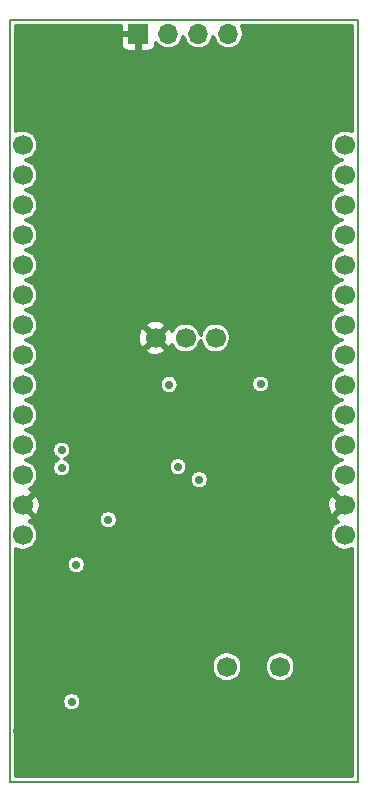
<source format=gbr>
G04 #@! TF.GenerationSoftware,KiCad,Pcbnew,(5.1.6-0-10_14)*
G04 #@! TF.CreationDate,2021-01-15T18:00:30+01:00*
G04 #@! TF.ProjectId,cdm324,63646d33-3234-42e6-9b69-6361645f7063,rev?*
G04 #@! TF.SameCoordinates,Original*
G04 #@! TF.FileFunction,Copper,L2,Inr*
G04 #@! TF.FilePolarity,Positive*
%FSLAX46Y46*%
G04 Gerber Fmt 4.6, Leading zero omitted, Abs format (unit mm)*
G04 Created by KiCad (PCBNEW (5.1.6-0-10_14)) date 2021-01-15 18:00:30*
%MOMM*%
%LPD*%
G01*
G04 APERTURE LIST*
G04 #@! TA.AperFunction,Profile*
%ADD10C,0.150000*%
G04 #@! TD*
G04 #@! TA.AperFunction,ViaPad*
%ADD11C,1.700000*%
G04 #@! TD*
G04 #@! TA.AperFunction,ViaPad*
%ADD12O,1.700000X1.700000*%
G04 #@! TD*
G04 #@! TA.AperFunction,ViaPad*
%ADD13R,1.700000X1.700000*%
G04 #@! TD*
G04 #@! TA.AperFunction,ViaPad*
%ADD14C,0.700000*%
G04 #@! TD*
G04 #@! TA.AperFunction,Conductor*
%ADD15C,0.300000*%
G04 #@! TD*
G04 APERTURE END LIST*
D10*
X85350000Y-132600000D02*
X85350000Y-68100000D01*
X114850000Y-132600000D02*
X85350000Y-132600000D01*
X114850000Y-68100000D02*
X114850000Y-132600000D01*
X85350000Y-68100000D02*
X114850000Y-68100000D01*
D11*
X113740000Y-106620000D03*
X113740000Y-109160000D03*
X113740000Y-101540000D03*
X113740000Y-78680000D03*
X113740000Y-88840000D03*
X113740000Y-91380000D03*
X113740000Y-81220000D03*
X113740000Y-93920000D03*
X113740000Y-99000000D03*
X113740000Y-83760000D03*
X113740000Y-96460000D03*
X113740000Y-86300000D03*
X113740000Y-111700000D03*
X113740000Y-104080000D03*
X86460000Y-78680000D03*
X86460000Y-81220000D03*
X86460000Y-83760000D03*
X86460000Y-86300000D03*
X86460000Y-88840000D03*
X86460000Y-91380000D03*
X86460000Y-93920000D03*
X86460000Y-96460000D03*
X86460000Y-99000000D03*
X86460000Y-101540000D03*
X86460000Y-104080000D03*
X86460000Y-106620000D03*
X86460000Y-109160000D03*
X86460000Y-111700000D03*
X108250000Y-122840000D03*
X103750000Y-122840000D03*
X97710000Y-95000000D03*
X100250000Y-95000000D03*
X102790000Y-95000000D03*
D12*
X103870000Y-69250000D03*
X101330000Y-69250000D03*
X98790000Y-69250000D03*
D13*
X96250000Y-69250000D03*
D14*
X105100000Y-102300000D03*
X87500000Y-70000000D03*
X92500000Y-70000000D03*
X92500000Y-75000000D03*
X92500000Y-80000000D03*
X92500000Y-85000000D03*
X92500000Y-90000000D03*
X97500000Y-75000000D03*
X102500000Y-75000000D03*
X107500000Y-75000000D03*
X112500000Y-70000000D03*
X107500000Y-70000000D03*
X97500000Y-80000000D03*
X102500000Y-80000000D03*
X107500000Y-80000000D03*
X107500000Y-85000000D03*
X102500000Y-85000000D03*
X97500000Y-85000000D03*
X97500000Y-90000000D03*
X102500000Y-90000000D03*
X107500000Y-90000000D03*
X100000000Y-130000000D03*
X105000000Y-130000000D03*
X110000000Y-130000000D03*
X105000000Y-125000000D03*
X100000000Y-125000000D03*
X110000000Y-125000000D03*
X103410000Y-116590000D03*
X85950000Y-128250000D03*
X95550000Y-128250000D03*
X113350000Y-117600000D03*
X114000000Y-130000000D03*
X114000000Y-125000000D03*
X93500000Y-106300000D03*
X98080000Y-125770000D03*
X87600000Y-110300000D03*
X87600000Y-107900000D03*
X87600000Y-105400000D03*
X87600000Y-100300000D03*
X87600000Y-102800000D03*
X87600000Y-97700000D03*
X87600000Y-95200000D03*
X87600000Y-92600000D03*
X87600000Y-90100000D03*
X87600000Y-87600000D03*
X100100000Y-70500000D03*
X112700000Y-85000000D03*
X112700000Y-87600000D03*
X112600000Y-113000000D03*
X90000000Y-114250000D03*
X86700000Y-126750000D03*
X93450000Y-126750000D03*
X109500000Y-112450000D03*
X108550000Y-114150000D03*
X92190000Y-113950000D03*
X92050000Y-97250000D03*
X108600000Y-97650000D03*
X96450000Y-100800000D03*
X99650000Y-107350000D03*
X101750000Y-99000000D03*
X101750000Y-99000000D03*
X105000000Y-99800000D03*
X100450000Y-96550000D03*
X101300000Y-103450000D03*
X101200000Y-106000000D03*
X109500000Y-106900000D03*
X109450000Y-105150000D03*
X109500000Y-103550000D03*
X109500000Y-100050000D03*
X109500000Y-101900000D03*
X98850000Y-102300000D03*
X93000000Y-101050000D03*
X89900000Y-97400000D03*
X89900000Y-95650000D03*
X87300000Y-114200000D03*
X111000000Y-117550000D03*
X90800000Y-100900000D03*
X90700000Y-102900000D03*
X90700000Y-105200000D03*
X90700000Y-107500000D03*
X90700000Y-110100000D03*
X97100000Y-115200000D03*
X105500000Y-115000000D03*
X101700000Y-115000000D03*
X94500000Y-99000000D03*
X111300000Y-108400000D03*
X98600000Y-100600000D03*
X100200000Y-122300000D03*
X90620000Y-123170000D03*
X91000000Y-114200000D03*
X93700000Y-110400000D03*
X98850000Y-98950000D03*
X89750000Y-104500000D03*
X106600000Y-98900000D03*
X89750000Y-106000000D03*
X90600000Y-125800000D03*
X101400000Y-107000000D03*
X99600000Y-105900000D03*
D15*
G36*
X94742000Y-68981500D02*
G01*
X94906500Y-69146000D01*
X96146000Y-69146000D01*
X96146000Y-69126000D01*
X96354000Y-69126000D01*
X96354000Y-69146000D01*
X96374000Y-69146000D01*
X96374000Y-69354000D01*
X96354000Y-69354000D01*
X96354000Y-70593500D01*
X96518500Y-70758000D01*
X97100000Y-70761184D01*
X97228991Y-70748480D01*
X97353024Y-70710854D01*
X97467334Y-70649754D01*
X97567528Y-70567528D01*
X97649754Y-70467334D01*
X97710854Y-70353024D01*
X97748480Y-70228991D01*
X97761184Y-70100000D01*
X97760909Y-70049795D01*
X97780224Y-70078702D01*
X97961298Y-70259776D01*
X98174219Y-70402045D01*
X98410804Y-70500042D01*
X98661961Y-70550000D01*
X98918039Y-70550000D01*
X99169196Y-70500042D01*
X99405781Y-70402045D01*
X99618702Y-70259776D01*
X99799776Y-70078702D01*
X99942045Y-69865781D01*
X100040042Y-69629196D01*
X100060000Y-69528860D01*
X100079958Y-69629196D01*
X100177955Y-69865781D01*
X100320224Y-70078702D01*
X100501298Y-70259776D01*
X100714219Y-70402045D01*
X100950804Y-70500042D01*
X101201961Y-70550000D01*
X101458039Y-70550000D01*
X101709196Y-70500042D01*
X101945781Y-70402045D01*
X102158702Y-70259776D01*
X102339776Y-70078702D01*
X102482045Y-69865781D01*
X102580042Y-69629196D01*
X102600000Y-69528860D01*
X102619958Y-69629196D01*
X102717955Y-69865781D01*
X102860224Y-70078702D01*
X103041298Y-70259776D01*
X103254219Y-70402045D01*
X103490804Y-70500042D01*
X103741961Y-70550000D01*
X103998039Y-70550000D01*
X104249196Y-70500042D01*
X104485781Y-70402045D01*
X104698702Y-70259776D01*
X104879776Y-70078702D01*
X105022045Y-69865781D01*
X105120042Y-69629196D01*
X105170000Y-69378039D01*
X105170000Y-69121961D01*
X105120042Y-68870804D01*
X105022045Y-68634219D01*
X105015885Y-68625000D01*
X114325000Y-68625000D01*
X114325000Y-77515205D01*
X114119196Y-77429958D01*
X113868039Y-77380000D01*
X113611961Y-77380000D01*
X113360804Y-77429958D01*
X113124219Y-77527955D01*
X112911298Y-77670224D01*
X112730224Y-77851298D01*
X112587955Y-78064219D01*
X112489958Y-78300804D01*
X112440000Y-78551961D01*
X112440000Y-78808039D01*
X112489958Y-79059196D01*
X112587955Y-79295781D01*
X112730224Y-79508702D01*
X112911298Y-79689776D01*
X113124219Y-79832045D01*
X113360804Y-79930042D01*
X113461140Y-79950000D01*
X113360804Y-79969958D01*
X113124219Y-80067955D01*
X112911298Y-80210224D01*
X112730224Y-80391298D01*
X112587955Y-80604219D01*
X112489958Y-80840804D01*
X112440000Y-81091961D01*
X112440000Y-81348039D01*
X112489958Y-81599196D01*
X112587955Y-81835781D01*
X112730224Y-82048702D01*
X112911298Y-82229776D01*
X113124219Y-82372045D01*
X113360804Y-82470042D01*
X113461140Y-82490000D01*
X113360804Y-82509958D01*
X113124219Y-82607955D01*
X112911298Y-82750224D01*
X112730224Y-82931298D01*
X112587955Y-83144219D01*
X112489958Y-83380804D01*
X112440000Y-83631961D01*
X112440000Y-83888039D01*
X112489958Y-84139196D01*
X112587955Y-84375781D01*
X112730224Y-84588702D01*
X112911298Y-84769776D01*
X113124219Y-84912045D01*
X113360804Y-85010042D01*
X113461140Y-85030000D01*
X113360804Y-85049958D01*
X113124219Y-85147955D01*
X112911298Y-85290224D01*
X112730224Y-85471298D01*
X112587955Y-85684219D01*
X112489958Y-85920804D01*
X112440000Y-86171961D01*
X112440000Y-86428039D01*
X112489958Y-86679196D01*
X112587955Y-86915781D01*
X112730224Y-87128702D01*
X112911298Y-87309776D01*
X113124219Y-87452045D01*
X113360804Y-87550042D01*
X113461140Y-87570000D01*
X113360804Y-87589958D01*
X113124219Y-87687955D01*
X112911298Y-87830224D01*
X112730224Y-88011298D01*
X112587955Y-88224219D01*
X112489958Y-88460804D01*
X112440000Y-88711961D01*
X112440000Y-88968039D01*
X112489958Y-89219196D01*
X112587955Y-89455781D01*
X112730224Y-89668702D01*
X112911298Y-89849776D01*
X113124219Y-89992045D01*
X113360804Y-90090042D01*
X113461140Y-90110000D01*
X113360804Y-90129958D01*
X113124219Y-90227955D01*
X112911298Y-90370224D01*
X112730224Y-90551298D01*
X112587955Y-90764219D01*
X112489958Y-91000804D01*
X112440000Y-91251961D01*
X112440000Y-91508039D01*
X112489958Y-91759196D01*
X112587955Y-91995781D01*
X112730224Y-92208702D01*
X112911298Y-92389776D01*
X113124219Y-92532045D01*
X113360804Y-92630042D01*
X113461140Y-92650000D01*
X113360804Y-92669958D01*
X113124219Y-92767955D01*
X112911298Y-92910224D01*
X112730224Y-93091298D01*
X112587955Y-93304219D01*
X112489958Y-93540804D01*
X112440000Y-93791961D01*
X112440000Y-94048039D01*
X112489958Y-94299196D01*
X112587955Y-94535781D01*
X112730224Y-94748702D01*
X112911298Y-94929776D01*
X113124219Y-95072045D01*
X113360804Y-95170042D01*
X113461140Y-95190000D01*
X113360804Y-95209958D01*
X113124219Y-95307955D01*
X112911298Y-95450224D01*
X112730224Y-95631298D01*
X112587955Y-95844219D01*
X112489958Y-96080804D01*
X112440000Y-96331961D01*
X112440000Y-96588039D01*
X112489958Y-96839196D01*
X112587955Y-97075781D01*
X112730224Y-97288702D01*
X112911298Y-97469776D01*
X113124219Y-97612045D01*
X113360804Y-97710042D01*
X113461140Y-97730000D01*
X113360804Y-97749958D01*
X113124219Y-97847955D01*
X112911298Y-97990224D01*
X112730224Y-98171298D01*
X112587955Y-98384219D01*
X112489958Y-98620804D01*
X112440000Y-98871961D01*
X112440000Y-99128039D01*
X112489958Y-99379196D01*
X112587955Y-99615781D01*
X112730224Y-99828702D01*
X112911298Y-100009776D01*
X113124219Y-100152045D01*
X113360804Y-100250042D01*
X113461140Y-100270000D01*
X113360804Y-100289958D01*
X113124219Y-100387955D01*
X112911298Y-100530224D01*
X112730224Y-100711298D01*
X112587955Y-100924219D01*
X112489958Y-101160804D01*
X112440000Y-101411961D01*
X112440000Y-101668039D01*
X112489958Y-101919196D01*
X112587955Y-102155781D01*
X112730224Y-102368702D01*
X112911298Y-102549776D01*
X113124219Y-102692045D01*
X113360804Y-102790042D01*
X113461140Y-102810000D01*
X113360804Y-102829958D01*
X113124219Y-102927955D01*
X112911298Y-103070224D01*
X112730224Y-103251298D01*
X112587955Y-103464219D01*
X112489958Y-103700804D01*
X112440000Y-103951961D01*
X112440000Y-104208039D01*
X112489958Y-104459196D01*
X112587955Y-104695781D01*
X112730224Y-104908702D01*
X112911298Y-105089776D01*
X113124219Y-105232045D01*
X113360804Y-105330042D01*
X113461140Y-105350000D01*
X113360804Y-105369958D01*
X113124219Y-105467955D01*
X112911298Y-105610224D01*
X112730224Y-105791298D01*
X112587955Y-106004219D01*
X112489958Y-106240804D01*
X112440000Y-106491961D01*
X112440000Y-106748039D01*
X112489958Y-106999196D01*
X112587955Y-107235781D01*
X112730224Y-107448702D01*
X112911298Y-107629776D01*
X113124219Y-107772045D01*
X113129522Y-107774242D01*
X113119195Y-107777709D01*
X112935568Y-107875860D01*
X112861217Y-108134139D01*
X113740000Y-109012922D01*
X113754143Y-108998780D01*
X113901221Y-109145858D01*
X113887078Y-109160000D01*
X113901221Y-109174143D01*
X113754143Y-109321221D01*
X113740000Y-109307078D01*
X112861217Y-110185861D01*
X112935568Y-110444140D01*
X113135197Y-110543408D01*
X113124219Y-110547955D01*
X112911298Y-110690224D01*
X112730224Y-110871298D01*
X112587955Y-111084219D01*
X112489958Y-111320804D01*
X112440000Y-111571961D01*
X112440000Y-111828039D01*
X112489958Y-112079196D01*
X112587955Y-112315781D01*
X112730224Y-112528702D01*
X112911298Y-112709776D01*
X113124219Y-112852045D01*
X113360804Y-112950042D01*
X113611961Y-113000000D01*
X113868039Y-113000000D01*
X114119196Y-112950042D01*
X114325001Y-112864795D01*
X114325001Y-132075000D01*
X85875000Y-132075000D01*
X85875000Y-125721207D01*
X89800000Y-125721207D01*
X89800000Y-125878793D01*
X89830743Y-126033351D01*
X89891049Y-126178942D01*
X89978599Y-126309970D01*
X90090030Y-126421401D01*
X90221058Y-126508951D01*
X90366649Y-126569257D01*
X90521207Y-126600000D01*
X90678793Y-126600000D01*
X90833351Y-126569257D01*
X90978942Y-126508951D01*
X91109970Y-126421401D01*
X91221401Y-126309970D01*
X91308951Y-126178942D01*
X91369257Y-126033351D01*
X91400000Y-125878793D01*
X91400000Y-125721207D01*
X91369257Y-125566649D01*
X91308951Y-125421058D01*
X91221401Y-125290030D01*
X91109970Y-125178599D01*
X90978942Y-125091049D01*
X90833351Y-125030743D01*
X90678793Y-125000000D01*
X90521207Y-125000000D01*
X90366649Y-125030743D01*
X90221058Y-125091049D01*
X90090030Y-125178599D01*
X89978599Y-125290030D01*
X89891049Y-125421058D01*
X89830743Y-125566649D01*
X89800000Y-125721207D01*
X85875000Y-125721207D01*
X85875000Y-122711961D01*
X102450000Y-122711961D01*
X102450000Y-122968039D01*
X102499958Y-123219196D01*
X102597955Y-123455781D01*
X102740224Y-123668702D01*
X102921298Y-123849776D01*
X103134219Y-123992045D01*
X103370804Y-124090042D01*
X103621961Y-124140000D01*
X103878039Y-124140000D01*
X104129196Y-124090042D01*
X104365781Y-123992045D01*
X104578702Y-123849776D01*
X104759776Y-123668702D01*
X104902045Y-123455781D01*
X105000042Y-123219196D01*
X105050000Y-122968039D01*
X105050000Y-122711961D01*
X106950000Y-122711961D01*
X106950000Y-122968039D01*
X106999958Y-123219196D01*
X107097955Y-123455781D01*
X107240224Y-123668702D01*
X107421298Y-123849776D01*
X107634219Y-123992045D01*
X107870804Y-124090042D01*
X108121961Y-124140000D01*
X108378039Y-124140000D01*
X108629196Y-124090042D01*
X108865781Y-123992045D01*
X109078702Y-123849776D01*
X109259776Y-123668702D01*
X109402045Y-123455781D01*
X109500042Y-123219196D01*
X109550000Y-122968039D01*
X109550000Y-122711961D01*
X109500042Y-122460804D01*
X109402045Y-122224219D01*
X109259776Y-122011298D01*
X109078702Y-121830224D01*
X108865781Y-121687955D01*
X108629196Y-121589958D01*
X108378039Y-121540000D01*
X108121961Y-121540000D01*
X107870804Y-121589958D01*
X107634219Y-121687955D01*
X107421298Y-121830224D01*
X107240224Y-122011298D01*
X107097955Y-122224219D01*
X106999958Y-122460804D01*
X106950000Y-122711961D01*
X105050000Y-122711961D01*
X105000042Y-122460804D01*
X104902045Y-122224219D01*
X104759776Y-122011298D01*
X104578702Y-121830224D01*
X104365781Y-121687955D01*
X104129196Y-121589958D01*
X103878039Y-121540000D01*
X103621961Y-121540000D01*
X103370804Y-121589958D01*
X103134219Y-121687955D01*
X102921298Y-121830224D01*
X102740224Y-122011298D01*
X102597955Y-122224219D01*
X102499958Y-122460804D01*
X102450000Y-122711961D01*
X85875000Y-122711961D01*
X85875000Y-114121207D01*
X90200000Y-114121207D01*
X90200000Y-114278793D01*
X90230743Y-114433351D01*
X90291049Y-114578942D01*
X90378599Y-114709970D01*
X90490030Y-114821401D01*
X90621058Y-114908951D01*
X90766649Y-114969257D01*
X90921207Y-115000000D01*
X91078793Y-115000000D01*
X91233351Y-114969257D01*
X91378942Y-114908951D01*
X91509970Y-114821401D01*
X91621401Y-114709970D01*
X91708951Y-114578942D01*
X91769257Y-114433351D01*
X91800000Y-114278793D01*
X91800000Y-114121207D01*
X91769257Y-113966649D01*
X91708951Y-113821058D01*
X91621401Y-113690030D01*
X91509970Y-113578599D01*
X91378942Y-113491049D01*
X91233351Y-113430743D01*
X91078793Y-113400000D01*
X90921207Y-113400000D01*
X90766649Y-113430743D01*
X90621058Y-113491049D01*
X90490030Y-113578599D01*
X90378599Y-113690030D01*
X90291049Y-113821058D01*
X90230743Y-113966649D01*
X90200000Y-114121207D01*
X85875000Y-114121207D01*
X85875000Y-112864795D01*
X86080804Y-112950042D01*
X86331961Y-113000000D01*
X86588039Y-113000000D01*
X86839196Y-112950042D01*
X87075781Y-112852045D01*
X87288702Y-112709776D01*
X87469776Y-112528702D01*
X87612045Y-112315781D01*
X87710042Y-112079196D01*
X87760000Y-111828039D01*
X87760000Y-111571961D01*
X87710042Y-111320804D01*
X87612045Y-111084219D01*
X87469776Y-110871298D01*
X87288702Y-110690224D01*
X87075781Y-110547955D01*
X87070478Y-110545758D01*
X87080805Y-110542291D01*
X87264432Y-110444140D01*
X87299820Y-110321207D01*
X92900000Y-110321207D01*
X92900000Y-110478793D01*
X92930743Y-110633351D01*
X92991049Y-110778942D01*
X93078599Y-110909970D01*
X93190030Y-111021401D01*
X93321058Y-111108951D01*
X93466649Y-111169257D01*
X93621207Y-111200000D01*
X93778793Y-111200000D01*
X93933351Y-111169257D01*
X94078942Y-111108951D01*
X94209970Y-111021401D01*
X94321401Y-110909970D01*
X94408951Y-110778942D01*
X94469257Y-110633351D01*
X94500000Y-110478793D01*
X94500000Y-110321207D01*
X94469257Y-110166649D01*
X94408951Y-110021058D01*
X94321401Y-109890030D01*
X94209970Y-109778599D01*
X94078942Y-109691049D01*
X93933351Y-109630743D01*
X93778793Y-109600000D01*
X93621207Y-109600000D01*
X93466649Y-109630743D01*
X93321058Y-109691049D01*
X93190030Y-109778599D01*
X93078599Y-109890030D01*
X92991049Y-110021058D01*
X92930743Y-110166649D01*
X92900000Y-110321207D01*
X87299820Y-110321207D01*
X87338783Y-110185861D01*
X86460000Y-109307078D01*
X86445858Y-109321221D01*
X86298780Y-109174143D01*
X86312922Y-109160000D01*
X86607078Y-109160000D01*
X87485861Y-110038783D01*
X87744140Y-109964432D01*
X87876402Y-109698451D01*
X87954233Y-109411779D01*
X87968503Y-109204570D01*
X112225358Y-109204570D01*
X112263157Y-109499205D01*
X112357709Y-109780805D01*
X112455860Y-109964432D01*
X112714139Y-110038783D01*
X113592922Y-109160000D01*
X112714139Y-108281217D01*
X112455860Y-108355568D01*
X112323598Y-108621549D01*
X112245767Y-108908221D01*
X112225358Y-109204570D01*
X87968503Y-109204570D01*
X87974642Y-109115430D01*
X87936843Y-108820795D01*
X87842291Y-108539195D01*
X87744140Y-108355568D01*
X87485861Y-108281217D01*
X86607078Y-109160000D01*
X86312922Y-109160000D01*
X86298780Y-109145858D01*
X86445858Y-108998780D01*
X86460000Y-109012922D01*
X87338783Y-108134139D01*
X87264432Y-107875860D01*
X87064803Y-107776592D01*
X87075781Y-107772045D01*
X87288702Y-107629776D01*
X87469776Y-107448702D01*
X87612045Y-107235781D01*
X87710042Y-106999196D01*
X87725554Y-106921207D01*
X100600000Y-106921207D01*
X100600000Y-107078793D01*
X100630743Y-107233351D01*
X100691049Y-107378942D01*
X100778599Y-107509970D01*
X100890030Y-107621401D01*
X101021058Y-107708951D01*
X101166649Y-107769257D01*
X101321207Y-107800000D01*
X101478793Y-107800000D01*
X101633351Y-107769257D01*
X101778942Y-107708951D01*
X101909970Y-107621401D01*
X102021401Y-107509970D01*
X102108951Y-107378942D01*
X102169257Y-107233351D01*
X102200000Y-107078793D01*
X102200000Y-106921207D01*
X102169257Y-106766649D01*
X102108951Y-106621058D01*
X102021401Y-106490030D01*
X101909970Y-106378599D01*
X101778942Y-106291049D01*
X101633351Y-106230743D01*
X101478793Y-106200000D01*
X101321207Y-106200000D01*
X101166649Y-106230743D01*
X101021058Y-106291049D01*
X100890030Y-106378599D01*
X100778599Y-106490030D01*
X100691049Y-106621058D01*
X100630743Y-106766649D01*
X100600000Y-106921207D01*
X87725554Y-106921207D01*
X87760000Y-106748039D01*
X87760000Y-106491961D01*
X87710042Y-106240804D01*
X87612045Y-106004219D01*
X87469776Y-105791298D01*
X87288702Y-105610224D01*
X87075781Y-105467955D01*
X86839196Y-105369958D01*
X86738860Y-105350000D01*
X86839196Y-105330042D01*
X87075781Y-105232045D01*
X87288702Y-105089776D01*
X87469776Y-104908702D01*
X87612045Y-104695781D01*
X87710042Y-104459196D01*
X87717598Y-104421207D01*
X88950000Y-104421207D01*
X88950000Y-104578793D01*
X88980743Y-104733351D01*
X89041049Y-104878942D01*
X89128599Y-105009970D01*
X89240030Y-105121401D01*
X89371058Y-105208951D01*
X89470159Y-105250000D01*
X89371058Y-105291049D01*
X89240030Y-105378599D01*
X89128599Y-105490030D01*
X89041049Y-105621058D01*
X88980743Y-105766649D01*
X88950000Y-105921207D01*
X88950000Y-106078793D01*
X88980743Y-106233351D01*
X89041049Y-106378942D01*
X89128599Y-106509970D01*
X89240030Y-106621401D01*
X89371058Y-106708951D01*
X89516649Y-106769257D01*
X89671207Y-106800000D01*
X89828793Y-106800000D01*
X89983351Y-106769257D01*
X90128942Y-106708951D01*
X90259970Y-106621401D01*
X90371401Y-106509970D01*
X90458951Y-106378942D01*
X90519257Y-106233351D01*
X90550000Y-106078793D01*
X90550000Y-105921207D01*
X90530110Y-105821207D01*
X98800000Y-105821207D01*
X98800000Y-105978793D01*
X98830743Y-106133351D01*
X98891049Y-106278942D01*
X98978599Y-106409970D01*
X99090030Y-106521401D01*
X99221058Y-106608951D01*
X99366649Y-106669257D01*
X99521207Y-106700000D01*
X99678793Y-106700000D01*
X99833351Y-106669257D01*
X99978942Y-106608951D01*
X100109970Y-106521401D01*
X100221401Y-106409970D01*
X100308951Y-106278942D01*
X100369257Y-106133351D01*
X100400000Y-105978793D01*
X100400000Y-105821207D01*
X100369257Y-105666649D01*
X100308951Y-105521058D01*
X100221401Y-105390030D01*
X100109970Y-105278599D01*
X99978942Y-105191049D01*
X99833351Y-105130743D01*
X99678793Y-105100000D01*
X99521207Y-105100000D01*
X99366649Y-105130743D01*
X99221058Y-105191049D01*
X99090030Y-105278599D01*
X98978599Y-105390030D01*
X98891049Y-105521058D01*
X98830743Y-105666649D01*
X98800000Y-105821207D01*
X90530110Y-105821207D01*
X90519257Y-105766649D01*
X90458951Y-105621058D01*
X90371401Y-105490030D01*
X90259970Y-105378599D01*
X90128942Y-105291049D01*
X90029841Y-105250000D01*
X90128942Y-105208951D01*
X90259970Y-105121401D01*
X90371401Y-105009970D01*
X90458951Y-104878942D01*
X90519257Y-104733351D01*
X90550000Y-104578793D01*
X90550000Y-104421207D01*
X90519257Y-104266649D01*
X90458951Y-104121058D01*
X90371401Y-103990030D01*
X90259970Y-103878599D01*
X90128942Y-103791049D01*
X89983351Y-103730743D01*
X89828793Y-103700000D01*
X89671207Y-103700000D01*
X89516649Y-103730743D01*
X89371058Y-103791049D01*
X89240030Y-103878599D01*
X89128599Y-103990030D01*
X89041049Y-104121058D01*
X88980743Y-104266649D01*
X88950000Y-104421207D01*
X87717598Y-104421207D01*
X87760000Y-104208039D01*
X87760000Y-103951961D01*
X87710042Y-103700804D01*
X87612045Y-103464219D01*
X87469776Y-103251298D01*
X87288702Y-103070224D01*
X87075781Y-102927955D01*
X86839196Y-102829958D01*
X86738860Y-102810000D01*
X86839196Y-102790042D01*
X87075781Y-102692045D01*
X87288702Y-102549776D01*
X87469776Y-102368702D01*
X87612045Y-102155781D01*
X87710042Y-101919196D01*
X87760000Y-101668039D01*
X87760000Y-101411961D01*
X87710042Y-101160804D01*
X87612045Y-100924219D01*
X87469776Y-100711298D01*
X87288702Y-100530224D01*
X87075781Y-100387955D01*
X86839196Y-100289958D01*
X86738860Y-100270000D01*
X86839196Y-100250042D01*
X87075781Y-100152045D01*
X87288702Y-100009776D01*
X87469776Y-99828702D01*
X87612045Y-99615781D01*
X87710042Y-99379196D01*
X87760000Y-99128039D01*
X87760000Y-98871961D01*
X87759851Y-98871207D01*
X98050000Y-98871207D01*
X98050000Y-99028793D01*
X98080743Y-99183351D01*
X98141049Y-99328942D01*
X98228599Y-99459970D01*
X98340030Y-99571401D01*
X98471058Y-99658951D01*
X98616649Y-99719257D01*
X98771207Y-99750000D01*
X98928793Y-99750000D01*
X99083351Y-99719257D01*
X99228942Y-99658951D01*
X99359970Y-99571401D01*
X99471401Y-99459970D01*
X99558951Y-99328942D01*
X99619257Y-99183351D01*
X99650000Y-99028793D01*
X99650000Y-98871207D01*
X99640055Y-98821207D01*
X105800000Y-98821207D01*
X105800000Y-98978793D01*
X105830743Y-99133351D01*
X105891049Y-99278942D01*
X105978599Y-99409970D01*
X106090030Y-99521401D01*
X106221058Y-99608951D01*
X106366649Y-99669257D01*
X106521207Y-99700000D01*
X106678793Y-99700000D01*
X106833351Y-99669257D01*
X106978942Y-99608951D01*
X107109970Y-99521401D01*
X107221401Y-99409970D01*
X107308951Y-99278942D01*
X107369257Y-99133351D01*
X107400000Y-98978793D01*
X107400000Y-98821207D01*
X107369257Y-98666649D01*
X107308951Y-98521058D01*
X107221401Y-98390030D01*
X107109970Y-98278599D01*
X106978942Y-98191049D01*
X106833351Y-98130743D01*
X106678793Y-98100000D01*
X106521207Y-98100000D01*
X106366649Y-98130743D01*
X106221058Y-98191049D01*
X106090030Y-98278599D01*
X105978599Y-98390030D01*
X105891049Y-98521058D01*
X105830743Y-98666649D01*
X105800000Y-98821207D01*
X99640055Y-98821207D01*
X99619257Y-98716649D01*
X99558951Y-98571058D01*
X99471401Y-98440030D01*
X99359970Y-98328599D01*
X99228942Y-98241049D01*
X99083351Y-98180743D01*
X98928793Y-98150000D01*
X98771207Y-98150000D01*
X98616649Y-98180743D01*
X98471058Y-98241049D01*
X98340030Y-98328599D01*
X98228599Y-98440030D01*
X98141049Y-98571058D01*
X98080743Y-98716649D01*
X98050000Y-98871207D01*
X87759851Y-98871207D01*
X87710042Y-98620804D01*
X87612045Y-98384219D01*
X87469776Y-98171298D01*
X87288702Y-97990224D01*
X87075781Y-97847955D01*
X86839196Y-97749958D01*
X86738860Y-97730000D01*
X86839196Y-97710042D01*
X87075781Y-97612045D01*
X87288702Y-97469776D01*
X87469776Y-97288702D01*
X87612045Y-97075781D01*
X87710042Y-96839196D01*
X87760000Y-96588039D01*
X87760000Y-96331961D01*
X87710042Y-96080804D01*
X87687284Y-96025861D01*
X96831217Y-96025861D01*
X96905568Y-96284140D01*
X97171549Y-96416402D01*
X97458221Y-96494233D01*
X97754570Y-96514642D01*
X98049205Y-96476843D01*
X98330805Y-96382291D01*
X98514432Y-96284140D01*
X98588783Y-96025861D01*
X97710000Y-95147078D01*
X96831217Y-96025861D01*
X87687284Y-96025861D01*
X87612045Y-95844219D01*
X87469776Y-95631298D01*
X87288702Y-95450224D01*
X87075781Y-95307955D01*
X86839196Y-95209958D01*
X86738860Y-95190000D01*
X86839196Y-95170042D01*
X87075781Y-95072045D01*
X87116900Y-95044570D01*
X96195358Y-95044570D01*
X96233157Y-95339205D01*
X96327709Y-95620805D01*
X96425860Y-95804432D01*
X96684139Y-95878783D01*
X97562922Y-95000000D01*
X97857078Y-95000000D01*
X98735861Y-95878783D01*
X98994140Y-95804432D01*
X99093408Y-95604803D01*
X99097955Y-95615781D01*
X99240224Y-95828702D01*
X99421298Y-96009776D01*
X99634219Y-96152045D01*
X99870804Y-96250042D01*
X100121961Y-96300000D01*
X100378039Y-96300000D01*
X100629196Y-96250042D01*
X100865781Y-96152045D01*
X101078702Y-96009776D01*
X101259776Y-95828702D01*
X101402045Y-95615781D01*
X101500042Y-95379196D01*
X101520000Y-95278860D01*
X101539958Y-95379196D01*
X101637955Y-95615781D01*
X101780224Y-95828702D01*
X101961298Y-96009776D01*
X102174219Y-96152045D01*
X102410804Y-96250042D01*
X102661961Y-96300000D01*
X102918039Y-96300000D01*
X103169196Y-96250042D01*
X103405781Y-96152045D01*
X103618702Y-96009776D01*
X103799776Y-95828702D01*
X103942045Y-95615781D01*
X104040042Y-95379196D01*
X104090000Y-95128039D01*
X104090000Y-94871961D01*
X104040042Y-94620804D01*
X103942045Y-94384219D01*
X103799776Y-94171298D01*
X103618702Y-93990224D01*
X103405781Y-93847955D01*
X103169196Y-93749958D01*
X102918039Y-93700000D01*
X102661961Y-93700000D01*
X102410804Y-93749958D01*
X102174219Y-93847955D01*
X101961298Y-93990224D01*
X101780224Y-94171298D01*
X101637955Y-94384219D01*
X101539958Y-94620804D01*
X101520000Y-94721140D01*
X101500042Y-94620804D01*
X101402045Y-94384219D01*
X101259776Y-94171298D01*
X101078702Y-93990224D01*
X100865781Y-93847955D01*
X100629196Y-93749958D01*
X100378039Y-93700000D01*
X100121961Y-93700000D01*
X99870804Y-93749958D01*
X99634219Y-93847955D01*
X99421298Y-93990224D01*
X99240224Y-94171298D01*
X99097955Y-94384219D01*
X99095758Y-94389522D01*
X99092291Y-94379195D01*
X98994140Y-94195568D01*
X98735861Y-94121217D01*
X97857078Y-95000000D01*
X97562922Y-95000000D01*
X96684139Y-94121217D01*
X96425860Y-94195568D01*
X96293598Y-94461549D01*
X96215767Y-94748221D01*
X96195358Y-95044570D01*
X87116900Y-95044570D01*
X87288702Y-94929776D01*
X87469776Y-94748702D01*
X87612045Y-94535781D01*
X87710042Y-94299196D01*
X87760000Y-94048039D01*
X87760000Y-93974139D01*
X96831217Y-93974139D01*
X97710000Y-94852922D01*
X98588783Y-93974139D01*
X98514432Y-93715860D01*
X98248451Y-93583598D01*
X97961779Y-93505767D01*
X97665430Y-93485358D01*
X97370795Y-93523157D01*
X97089195Y-93617709D01*
X96905568Y-93715860D01*
X96831217Y-93974139D01*
X87760000Y-93974139D01*
X87760000Y-93791961D01*
X87710042Y-93540804D01*
X87612045Y-93304219D01*
X87469776Y-93091298D01*
X87288702Y-92910224D01*
X87075781Y-92767955D01*
X86839196Y-92669958D01*
X86738860Y-92650000D01*
X86839196Y-92630042D01*
X87075781Y-92532045D01*
X87288702Y-92389776D01*
X87469776Y-92208702D01*
X87612045Y-91995781D01*
X87710042Y-91759196D01*
X87760000Y-91508039D01*
X87760000Y-91251961D01*
X87710042Y-91000804D01*
X87612045Y-90764219D01*
X87469776Y-90551298D01*
X87288702Y-90370224D01*
X87075781Y-90227955D01*
X86839196Y-90129958D01*
X86738860Y-90110000D01*
X86839196Y-90090042D01*
X87075781Y-89992045D01*
X87288702Y-89849776D01*
X87469776Y-89668702D01*
X87612045Y-89455781D01*
X87710042Y-89219196D01*
X87760000Y-88968039D01*
X87760000Y-88711961D01*
X87710042Y-88460804D01*
X87612045Y-88224219D01*
X87469776Y-88011298D01*
X87288702Y-87830224D01*
X87075781Y-87687955D01*
X86839196Y-87589958D01*
X86738860Y-87570000D01*
X86839196Y-87550042D01*
X87075781Y-87452045D01*
X87288702Y-87309776D01*
X87469776Y-87128702D01*
X87612045Y-86915781D01*
X87710042Y-86679196D01*
X87760000Y-86428039D01*
X87760000Y-86171961D01*
X87710042Y-85920804D01*
X87612045Y-85684219D01*
X87469776Y-85471298D01*
X87288702Y-85290224D01*
X87075781Y-85147955D01*
X86839196Y-85049958D01*
X86738860Y-85030000D01*
X86839196Y-85010042D01*
X87075781Y-84912045D01*
X87288702Y-84769776D01*
X87469776Y-84588702D01*
X87612045Y-84375781D01*
X87710042Y-84139196D01*
X87760000Y-83888039D01*
X87760000Y-83631961D01*
X87710042Y-83380804D01*
X87612045Y-83144219D01*
X87469776Y-82931298D01*
X87288702Y-82750224D01*
X87075781Y-82607955D01*
X86839196Y-82509958D01*
X86738860Y-82490000D01*
X86839196Y-82470042D01*
X87075781Y-82372045D01*
X87288702Y-82229776D01*
X87469776Y-82048702D01*
X87612045Y-81835781D01*
X87710042Y-81599196D01*
X87760000Y-81348039D01*
X87760000Y-81091961D01*
X87710042Y-80840804D01*
X87612045Y-80604219D01*
X87469776Y-80391298D01*
X87288702Y-80210224D01*
X87075781Y-80067955D01*
X86839196Y-79969958D01*
X86738860Y-79950000D01*
X86839196Y-79930042D01*
X87075781Y-79832045D01*
X87288702Y-79689776D01*
X87469776Y-79508702D01*
X87612045Y-79295781D01*
X87710042Y-79059196D01*
X87760000Y-78808039D01*
X87760000Y-78551961D01*
X87710042Y-78300804D01*
X87612045Y-78064219D01*
X87469776Y-77851298D01*
X87288702Y-77670224D01*
X87075781Y-77527955D01*
X86839196Y-77429958D01*
X86588039Y-77380000D01*
X86331961Y-77380000D01*
X86080804Y-77429958D01*
X85875000Y-77515205D01*
X85875000Y-70100000D01*
X94738816Y-70100000D01*
X94751520Y-70228991D01*
X94789146Y-70353024D01*
X94850246Y-70467334D01*
X94932472Y-70567528D01*
X95032666Y-70649754D01*
X95146976Y-70710854D01*
X95271009Y-70748480D01*
X95400000Y-70761184D01*
X95981500Y-70758000D01*
X96146000Y-70593500D01*
X96146000Y-69354000D01*
X94906500Y-69354000D01*
X94742000Y-69518500D01*
X94738816Y-70100000D01*
X85875000Y-70100000D01*
X85875000Y-68625000D01*
X94740048Y-68625000D01*
X94742000Y-68981500D01*
G37*
X94742000Y-68981500D02*
X94906500Y-69146000D01*
X96146000Y-69146000D01*
X96146000Y-69126000D01*
X96354000Y-69126000D01*
X96354000Y-69146000D01*
X96374000Y-69146000D01*
X96374000Y-69354000D01*
X96354000Y-69354000D01*
X96354000Y-70593500D01*
X96518500Y-70758000D01*
X97100000Y-70761184D01*
X97228991Y-70748480D01*
X97353024Y-70710854D01*
X97467334Y-70649754D01*
X97567528Y-70567528D01*
X97649754Y-70467334D01*
X97710854Y-70353024D01*
X97748480Y-70228991D01*
X97761184Y-70100000D01*
X97760909Y-70049795D01*
X97780224Y-70078702D01*
X97961298Y-70259776D01*
X98174219Y-70402045D01*
X98410804Y-70500042D01*
X98661961Y-70550000D01*
X98918039Y-70550000D01*
X99169196Y-70500042D01*
X99405781Y-70402045D01*
X99618702Y-70259776D01*
X99799776Y-70078702D01*
X99942045Y-69865781D01*
X100040042Y-69629196D01*
X100060000Y-69528860D01*
X100079958Y-69629196D01*
X100177955Y-69865781D01*
X100320224Y-70078702D01*
X100501298Y-70259776D01*
X100714219Y-70402045D01*
X100950804Y-70500042D01*
X101201961Y-70550000D01*
X101458039Y-70550000D01*
X101709196Y-70500042D01*
X101945781Y-70402045D01*
X102158702Y-70259776D01*
X102339776Y-70078702D01*
X102482045Y-69865781D01*
X102580042Y-69629196D01*
X102600000Y-69528860D01*
X102619958Y-69629196D01*
X102717955Y-69865781D01*
X102860224Y-70078702D01*
X103041298Y-70259776D01*
X103254219Y-70402045D01*
X103490804Y-70500042D01*
X103741961Y-70550000D01*
X103998039Y-70550000D01*
X104249196Y-70500042D01*
X104485781Y-70402045D01*
X104698702Y-70259776D01*
X104879776Y-70078702D01*
X105022045Y-69865781D01*
X105120042Y-69629196D01*
X105170000Y-69378039D01*
X105170000Y-69121961D01*
X105120042Y-68870804D01*
X105022045Y-68634219D01*
X105015885Y-68625000D01*
X114325000Y-68625000D01*
X114325000Y-77515205D01*
X114119196Y-77429958D01*
X113868039Y-77380000D01*
X113611961Y-77380000D01*
X113360804Y-77429958D01*
X113124219Y-77527955D01*
X112911298Y-77670224D01*
X112730224Y-77851298D01*
X112587955Y-78064219D01*
X112489958Y-78300804D01*
X112440000Y-78551961D01*
X112440000Y-78808039D01*
X112489958Y-79059196D01*
X112587955Y-79295781D01*
X112730224Y-79508702D01*
X112911298Y-79689776D01*
X113124219Y-79832045D01*
X113360804Y-79930042D01*
X113461140Y-79950000D01*
X113360804Y-79969958D01*
X113124219Y-80067955D01*
X112911298Y-80210224D01*
X112730224Y-80391298D01*
X112587955Y-80604219D01*
X112489958Y-80840804D01*
X112440000Y-81091961D01*
X112440000Y-81348039D01*
X112489958Y-81599196D01*
X112587955Y-81835781D01*
X112730224Y-82048702D01*
X112911298Y-82229776D01*
X113124219Y-82372045D01*
X113360804Y-82470042D01*
X113461140Y-82490000D01*
X113360804Y-82509958D01*
X113124219Y-82607955D01*
X112911298Y-82750224D01*
X112730224Y-82931298D01*
X112587955Y-83144219D01*
X112489958Y-83380804D01*
X112440000Y-83631961D01*
X112440000Y-83888039D01*
X112489958Y-84139196D01*
X112587955Y-84375781D01*
X112730224Y-84588702D01*
X112911298Y-84769776D01*
X113124219Y-84912045D01*
X113360804Y-85010042D01*
X113461140Y-85030000D01*
X113360804Y-85049958D01*
X113124219Y-85147955D01*
X112911298Y-85290224D01*
X112730224Y-85471298D01*
X112587955Y-85684219D01*
X112489958Y-85920804D01*
X112440000Y-86171961D01*
X112440000Y-86428039D01*
X112489958Y-86679196D01*
X112587955Y-86915781D01*
X112730224Y-87128702D01*
X112911298Y-87309776D01*
X113124219Y-87452045D01*
X113360804Y-87550042D01*
X113461140Y-87570000D01*
X113360804Y-87589958D01*
X113124219Y-87687955D01*
X112911298Y-87830224D01*
X112730224Y-88011298D01*
X112587955Y-88224219D01*
X112489958Y-88460804D01*
X112440000Y-88711961D01*
X112440000Y-88968039D01*
X112489958Y-89219196D01*
X112587955Y-89455781D01*
X112730224Y-89668702D01*
X112911298Y-89849776D01*
X113124219Y-89992045D01*
X113360804Y-90090042D01*
X113461140Y-90110000D01*
X113360804Y-90129958D01*
X113124219Y-90227955D01*
X112911298Y-90370224D01*
X112730224Y-90551298D01*
X112587955Y-90764219D01*
X112489958Y-91000804D01*
X112440000Y-91251961D01*
X112440000Y-91508039D01*
X112489958Y-91759196D01*
X112587955Y-91995781D01*
X112730224Y-92208702D01*
X112911298Y-92389776D01*
X113124219Y-92532045D01*
X113360804Y-92630042D01*
X113461140Y-92650000D01*
X113360804Y-92669958D01*
X113124219Y-92767955D01*
X112911298Y-92910224D01*
X112730224Y-93091298D01*
X112587955Y-93304219D01*
X112489958Y-93540804D01*
X112440000Y-93791961D01*
X112440000Y-94048039D01*
X112489958Y-94299196D01*
X112587955Y-94535781D01*
X112730224Y-94748702D01*
X112911298Y-94929776D01*
X113124219Y-95072045D01*
X113360804Y-95170042D01*
X113461140Y-95190000D01*
X113360804Y-95209958D01*
X113124219Y-95307955D01*
X112911298Y-95450224D01*
X112730224Y-95631298D01*
X112587955Y-95844219D01*
X112489958Y-96080804D01*
X112440000Y-96331961D01*
X112440000Y-96588039D01*
X112489958Y-96839196D01*
X112587955Y-97075781D01*
X112730224Y-97288702D01*
X112911298Y-97469776D01*
X113124219Y-97612045D01*
X113360804Y-97710042D01*
X113461140Y-97730000D01*
X113360804Y-97749958D01*
X113124219Y-97847955D01*
X112911298Y-97990224D01*
X112730224Y-98171298D01*
X112587955Y-98384219D01*
X112489958Y-98620804D01*
X112440000Y-98871961D01*
X112440000Y-99128039D01*
X112489958Y-99379196D01*
X112587955Y-99615781D01*
X112730224Y-99828702D01*
X112911298Y-100009776D01*
X113124219Y-100152045D01*
X113360804Y-100250042D01*
X113461140Y-100270000D01*
X113360804Y-100289958D01*
X113124219Y-100387955D01*
X112911298Y-100530224D01*
X112730224Y-100711298D01*
X112587955Y-100924219D01*
X112489958Y-101160804D01*
X112440000Y-101411961D01*
X112440000Y-101668039D01*
X112489958Y-101919196D01*
X112587955Y-102155781D01*
X112730224Y-102368702D01*
X112911298Y-102549776D01*
X113124219Y-102692045D01*
X113360804Y-102790042D01*
X113461140Y-102810000D01*
X113360804Y-102829958D01*
X113124219Y-102927955D01*
X112911298Y-103070224D01*
X112730224Y-103251298D01*
X112587955Y-103464219D01*
X112489958Y-103700804D01*
X112440000Y-103951961D01*
X112440000Y-104208039D01*
X112489958Y-104459196D01*
X112587955Y-104695781D01*
X112730224Y-104908702D01*
X112911298Y-105089776D01*
X113124219Y-105232045D01*
X113360804Y-105330042D01*
X113461140Y-105350000D01*
X113360804Y-105369958D01*
X113124219Y-105467955D01*
X112911298Y-105610224D01*
X112730224Y-105791298D01*
X112587955Y-106004219D01*
X112489958Y-106240804D01*
X112440000Y-106491961D01*
X112440000Y-106748039D01*
X112489958Y-106999196D01*
X112587955Y-107235781D01*
X112730224Y-107448702D01*
X112911298Y-107629776D01*
X113124219Y-107772045D01*
X113129522Y-107774242D01*
X113119195Y-107777709D01*
X112935568Y-107875860D01*
X112861217Y-108134139D01*
X113740000Y-109012922D01*
X113754143Y-108998780D01*
X113901221Y-109145858D01*
X113887078Y-109160000D01*
X113901221Y-109174143D01*
X113754143Y-109321221D01*
X113740000Y-109307078D01*
X112861217Y-110185861D01*
X112935568Y-110444140D01*
X113135197Y-110543408D01*
X113124219Y-110547955D01*
X112911298Y-110690224D01*
X112730224Y-110871298D01*
X112587955Y-111084219D01*
X112489958Y-111320804D01*
X112440000Y-111571961D01*
X112440000Y-111828039D01*
X112489958Y-112079196D01*
X112587955Y-112315781D01*
X112730224Y-112528702D01*
X112911298Y-112709776D01*
X113124219Y-112852045D01*
X113360804Y-112950042D01*
X113611961Y-113000000D01*
X113868039Y-113000000D01*
X114119196Y-112950042D01*
X114325001Y-112864795D01*
X114325001Y-132075000D01*
X85875000Y-132075000D01*
X85875000Y-125721207D01*
X89800000Y-125721207D01*
X89800000Y-125878793D01*
X89830743Y-126033351D01*
X89891049Y-126178942D01*
X89978599Y-126309970D01*
X90090030Y-126421401D01*
X90221058Y-126508951D01*
X90366649Y-126569257D01*
X90521207Y-126600000D01*
X90678793Y-126600000D01*
X90833351Y-126569257D01*
X90978942Y-126508951D01*
X91109970Y-126421401D01*
X91221401Y-126309970D01*
X91308951Y-126178942D01*
X91369257Y-126033351D01*
X91400000Y-125878793D01*
X91400000Y-125721207D01*
X91369257Y-125566649D01*
X91308951Y-125421058D01*
X91221401Y-125290030D01*
X91109970Y-125178599D01*
X90978942Y-125091049D01*
X90833351Y-125030743D01*
X90678793Y-125000000D01*
X90521207Y-125000000D01*
X90366649Y-125030743D01*
X90221058Y-125091049D01*
X90090030Y-125178599D01*
X89978599Y-125290030D01*
X89891049Y-125421058D01*
X89830743Y-125566649D01*
X89800000Y-125721207D01*
X85875000Y-125721207D01*
X85875000Y-122711961D01*
X102450000Y-122711961D01*
X102450000Y-122968039D01*
X102499958Y-123219196D01*
X102597955Y-123455781D01*
X102740224Y-123668702D01*
X102921298Y-123849776D01*
X103134219Y-123992045D01*
X103370804Y-124090042D01*
X103621961Y-124140000D01*
X103878039Y-124140000D01*
X104129196Y-124090042D01*
X104365781Y-123992045D01*
X104578702Y-123849776D01*
X104759776Y-123668702D01*
X104902045Y-123455781D01*
X105000042Y-123219196D01*
X105050000Y-122968039D01*
X105050000Y-122711961D01*
X106950000Y-122711961D01*
X106950000Y-122968039D01*
X106999958Y-123219196D01*
X107097955Y-123455781D01*
X107240224Y-123668702D01*
X107421298Y-123849776D01*
X107634219Y-123992045D01*
X107870804Y-124090042D01*
X108121961Y-124140000D01*
X108378039Y-124140000D01*
X108629196Y-124090042D01*
X108865781Y-123992045D01*
X109078702Y-123849776D01*
X109259776Y-123668702D01*
X109402045Y-123455781D01*
X109500042Y-123219196D01*
X109550000Y-122968039D01*
X109550000Y-122711961D01*
X109500042Y-122460804D01*
X109402045Y-122224219D01*
X109259776Y-122011298D01*
X109078702Y-121830224D01*
X108865781Y-121687955D01*
X108629196Y-121589958D01*
X108378039Y-121540000D01*
X108121961Y-121540000D01*
X107870804Y-121589958D01*
X107634219Y-121687955D01*
X107421298Y-121830224D01*
X107240224Y-122011298D01*
X107097955Y-122224219D01*
X106999958Y-122460804D01*
X106950000Y-122711961D01*
X105050000Y-122711961D01*
X105000042Y-122460804D01*
X104902045Y-122224219D01*
X104759776Y-122011298D01*
X104578702Y-121830224D01*
X104365781Y-121687955D01*
X104129196Y-121589958D01*
X103878039Y-121540000D01*
X103621961Y-121540000D01*
X103370804Y-121589958D01*
X103134219Y-121687955D01*
X102921298Y-121830224D01*
X102740224Y-122011298D01*
X102597955Y-122224219D01*
X102499958Y-122460804D01*
X102450000Y-122711961D01*
X85875000Y-122711961D01*
X85875000Y-114121207D01*
X90200000Y-114121207D01*
X90200000Y-114278793D01*
X90230743Y-114433351D01*
X90291049Y-114578942D01*
X90378599Y-114709970D01*
X90490030Y-114821401D01*
X90621058Y-114908951D01*
X90766649Y-114969257D01*
X90921207Y-115000000D01*
X91078793Y-115000000D01*
X91233351Y-114969257D01*
X91378942Y-114908951D01*
X91509970Y-114821401D01*
X91621401Y-114709970D01*
X91708951Y-114578942D01*
X91769257Y-114433351D01*
X91800000Y-114278793D01*
X91800000Y-114121207D01*
X91769257Y-113966649D01*
X91708951Y-113821058D01*
X91621401Y-113690030D01*
X91509970Y-113578599D01*
X91378942Y-113491049D01*
X91233351Y-113430743D01*
X91078793Y-113400000D01*
X90921207Y-113400000D01*
X90766649Y-113430743D01*
X90621058Y-113491049D01*
X90490030Y-113578599D01*
X90378599Y-113690030D01*
X90291049Y-113821058D01*
X90230743Y-113966649D01*
X90200000Y-114121207D01*
X85875000Y-114121207D01*
X85875000Y-112864795D01*
X86080804Y-112950042D01*
X86331961Y-113000000D01*
X86588039Y-113000000D01*
X86839196Y-112950042D01*
X87075781Y-112852045D01*
X87288702Y-112709776D01*
X87469776Y-112528702D01*
X87612045Y-112315781D01*
X87710042Y-112079196D01*
X87760000Y-111828039D01*
X87760000Y-111571961D01*
X87710042Y-111320804D01*
X87612045Y-111084219D01*
X87469776Y-110871298D01*
X87288702Y-110690224D01*
X87075781Y-110547955D01*
X87070478Y-110545758D01*
X87080805Y-110542291D01*
X87264432Y-110444140D01*
X87299820Y-110321207D01*
X92900000Y-110321207D01*
X92900000Y-110478793D01*
X92930743Y-110633351D01*
X92991049Y-110778942D01*
X93078599Y-110909970D01*
X93190030Y-111021401D01*
X93321058Y-111108951D01*
X93466649Y-111169257D01*
X93621207Y-111200000D01*
X93778793Y-111200000D01*
X93933351Y-111169257D01*
X94078942Y-111108951D01*
X94209970Y-111021401D01*
X94321401Y-110909970D01*
X94408951Y-110778942D01*
X94469257Y-110633351D01*
X94500000Y-110478793D01*
X94500000Y-110321207D01*
X94469257Y-110166649D01*
X94408951Y-110021058D01*
X94321401Y-109890030D01*
X94209970Y-109778599D01*
X94078942Y-109691049D01*
X93933351Y-109630743D01*
X93778793Y-109600000D01*
X93621207Y-109600000D01*
X93466649Y-109630743D01*
X93321058Y-109691049D01*
X93190030Y-109778599D01*
X93078599Y-109890030D01*
X92991049Y-110021058D01*
X92930743Y-110166649D01*
X92900000Y-110321207D01*
X87299820Y-110321207D01*
X87338783Y-110185861D01*
X86460000Y-109307078D01*
X86445858Y-109321221D01*
X86298780Y-109174143D01*
X86312922Y-109160000D01*
X86607078Y-109160000D01*
X87485861Y-110038783D01*
X87744140Y-109964432D01*
X87876402Y-109698451D01*
X87954233Y-109411779D01*
X87968503Y-109204570D01*
X112225358Y-109204570D01*
X112263157Y-109499205D01*
X112357709Y-109780805D01*
X112455860Y-109964432D01*
X112714139Y-110038783D01*
X113592922Y-109160000D01*
X112714139Y-108281217D01*
X112455860Y-108355568D01*
X112323598Y-108621549D01*
X112245767Y-108908221D01*
X112225358Y-109204570D01*
X87968503Y-109204570D01*
X87974642Y-109115430D01*
X87936843Y-108820795D01*
X87842291Y-108539195D01*
X87744140Y-108355568D01*
X87485861Y-108281217D01*
X86607078Y-109160000D01*
X86312922Y-109160000D01*
X86298780Y-109145858D01*
X86445858Y-108998780D01*
X86460000Y-109012922D01*
X87338783Y-108134139D01*
X87264432Y-107875860D01*
X87064803Y-107776592D01*
X87075781Y-107772045D01*
X87288702Y-107629776D01*
X87469776Y-107448702D01*
X87612045Y-107235781D01*
X87710042Y-106999196D01*
X87725554Y-106921207D01*
X100600000Y-106921207D01*
X100600000Y-107078793D01*
X100630743Y-107233351D01*
X100691049Y-107378942D01*
X100778599Y-107509970D01*
X100890030Y-107621401D01*
X101021058Y-107708951D01*
X101166649Y-107769257D01*
X101321207Y-107800000D01*
X101478793Y-107800000D01*
X101633351Y-107769257D01*
X101778942Y-107708951D01*
X101909970Y-107621401D01*
X102021401Y-107509970D01*
X102108951Y-107378942D01*
X102169257Y-107233351D01*
X102200000Y-107078793D01*
X102200000Y-106921207D01*
X102169257Y-106766649D01*
X102108951Y-106621058D01*
X102021401Y-106490030D01*
X101909970Y-106378599D01*
X101778942Y-106291049D01*
X101633351Y-106230743D01*
X101478793Y-106200000D01*
X101321207Y-106200000D01*
X101166649Y-106230743D01*
X101021058Y-106291049D01*
X100890030Y-106378599D01*
X100778599Y-106490030D01*
X100691049Y-106621058D01*
X100630743Y-106766649D01*
X100600000Y-106921207D01*
X87725554Y-106921207D01*
X87760000Y-106748039D01*
X87760000Y-106491961D01*
X87710042Y-106240804D01*
X87612045Y-106004219D01*
X87469776Y-105791298D01*
X87288702Y-105610224D01*
X87075781Y-105467955D01*
X86839196Y-105369958D01*
X86738860Y-105350000D01*
X86839196Y-105330042D01*
X87075781Y-105232045D01*
X87288702Y-105089776D01*
X87469776Y-104908702D01*
X87612045Y-104695781D01*
X87710042Y-104459196D01*
X87717598Y-104421207D01*
X88950000Y-104421207D01*
X88950000Y-104578793D01*
X88980743Y-104733351D01*
X89041049Y-104878942D01*
X89128599Y-105009970D01*
X89240030Y-105121401D01*
X89371058Y-105208951D01*
X89470159Y-105250000D01*
X89371058Y-105291049D01*
X89240030Y-105378599D01*
X89128599Y-105490030D01*
X89041049Y-105621058D01*
X88980743Y-105766649D01*
X88950000Y-105921207D01*
X88950000Y-106078793D01*
X88980743Y-106233351D01*
X89041049Y-106378942D01*
X89128599Y-106509970D01*
X89240030Y-106621401D01*
X89371058Y-106708951D01*
X89516649Y-106769257D01*
X89671207Y-106800000D01*
X89828793Y-106800000D01*
X89983351Y-106769257D01*
X90128942Y-106708951D01*
X90259970Y-106621401D01*
X90371401Y-106509970D01*
X90458951Y-106378942D01*
X90519257Y-106233351D01*
X90550000Y-106078793D01*
X90550000Y-105921207D01*
X90530110Y-105821207D01*
X98800000Y-105821207D01*
X98800000Y-105978793D01*
X98830743Y-106133351D01*
X98891049Y-106278942D01*
X98978599Y-106409970D01*
X99090030Y-106521401D01*
X99221058Y-106608951D01*
X99366649Y-106669257D01*
X99521207Y-106700000D01*
X99678793Y-106700000D01*
X99833351Y-106669257D01*
X99978942Y-106608951D01*
X100109970Y-106521401D01*
X100221401Y-106409970D01*
X100308951Y-106278942D01*
X100369257Y-106133351D01*
X100400000Y-105978793D01*
X100400000Y-105821207D01*
X100369257Y-105666649D01*
X100308951Y-105521058D01*
X100221401Y-105390030D01*
X100109970Y-105278599D01*
X99978942Y-105191049D01*
X99833351Y-105130743D01*
X99678793Y-105100000D01*
X99521207Y-105100000D01*
X99366649Y-105130743D01*
X99221058Y-105191049D01*
X99090030Y-105278599D01*
X98978599Y-105390030D01*
X98891049Y-105521058D01*
X98830743Y-105666649D01*
X98800000Y-105821207D01*
X90530110Y-105821207D01*
X90519257Y-105766649D01*
X90458951Y-105621058D01*
X90371401Y-105490030D01*
X90259970Y-105378599D01*
X90128942Y-105291049D01*
X90029841Y-105250000D01*
X90128942Y-105208951D01*
X90259970Y-105121401D01*
X90371401Y-105009970D01*
X90458951Y-104878942D01*
X90519257Y-104733351D01*
X90550000Y-104578793D01*
X90550000Y-104421207D01*
X90519257Y-104266649D01*
X90458951Y-104121058D01*
X90371401Y-103990030D01*
X90259970Y-103878599D01*
X90128942Y-103791049D01*
X89983351Y-103730743D01*
X89828793Y-103700000D01*
X89671207Y-103700000D01*
X89516649Y-103730743D01*
X89371058Y-103791049D01*
X89240030Y-103878599D01*
X89128599Y-103990030D01*
X89041049Y-104121058D01*
X88980743Y-104266649D01*
X88950000Y-104421207D01*
X87717598Y-104421207D01*
X87760000Y-104208039D01*
X87760000Y-103951961D01*
X87710042Y-103700804D01*
X87612045Y-103464219D01*
X87469776Y-103251298D01*
X87288702Y-103070224D01*
X87075781Y-102927955D01*
X86839196Y-102829958D01*
X86738860Y-102810000D01*
X86839196Y-102790042D01*
X87075781Y-102692045D01*
X87288702Y-102549776D01*
X87469776Y-102368702D01*
X87612045Y-102155781D01*
X87710042Y-101919196D01*
X87760000Y-101668039D01*
X87760000Y-101411961D01*
X87710042Y-101160804D01*
X87612045Y-100924219D01*
X87469776Y-100711298D01*
X87288702Y-100530224D01*
X87075781Y-100387955D01*
X86839196Y-100289958D01*
X86738860Y-100270000D01*
X86839196Y-100250042D01*
X87075781Y-100152045D01*
X87288702Y-100009776D01*
X87469776Y-99828702D01*
X87612045Y-99615781D01*
X87710042Y-99379196D01*
X87760000Y-99128039D01*
X87760000Y-98871961D01*
X87759851Y-98871207D01*
X98050000Y-98871207D01*
X98050000Y-99028793D01*
X98080743Y-99183351D01*
X98141049Y-99328942D01*
X98228599Y-99459970D01*
X98340030Y-99571401D01*
X98471058Y-99658951D01*
X98616649Y-99719257D01*
X98771207Y-99750000D01*
X98928793Y-99750000D01*
X99083351Y-99719257D01*
X99228942Y-99658951D01*
X99359970Y-99571401D01*
X99471401Y-99459970D01*
X99558951Y-99328942D01*
X99619257Y-99183351D01*
X99650000Y-99028793D01*
X99650000Y-98871207D01*
X99640055Y-98821207D01*
X105800000Y-98821207D01*
X105800000Y-98978793D01*
X105830743Y-99133351D01*
X105891049Y-99278942D01*
X105978599Y-99409970D01*
X106090030Y-99521401D01*
X106221058Y-99608951D01*
X106366649Y-99669257D01*
X106521207Y-99700000D01*
X106678793Y-99700000D01*
X106833351Y-99669257D01*
X106978942Y-99608951D01*
X107109970Y-99521401D01*
X107221401Y-99409970D01*
X107308951Y-99278942D01*
X107369257Y-99133351D01*
X107400000Y-98978793D01*
X107400000Y-98821207D01*
X107369257Y-98666649D01*
X107308951Y-98521058D01*
X107221401Y-98390030D01*
X107109970Y-98278599D01*
X106978942Y-98191049D01*
X106833351Y-98130743D01*
X106678793Y-98100000D01*
X106521207Y-98100000D01*
X106366649Y-98130743D01*
X106221058Y-98191049D01*
X106090030Y-98278599D01*
X105978599Y-98390030D01*
X105891049Y-98521058D01*
X105830743Y-98666649D01*
X105800000Y-98821207D01*
X99640055Y-98821207D01*
X99619257Y-98716649D01*
X99558951Y-98571058D01*
X99471401Y-98440030D01*
X99359970Y-98328599D01*
X99228942Y-98241049D01*
X99083351Y-98180743D01*
X98928793Y-98150000D01*
X98771207Y-98150000D01*
X98616649Y-98180743D01*
X98471058Y-98241049D01*
X98340030Y-98328599D01*
X98228599Y-98440030D01*
X98141049Y-98571058D01*
X98080743Y-98716649D01*
X98050000Y-98871207D01*
X87759851Y-98871207D01*
X87710042Y-98620804D01*
X87612045Y-98384219D01*
X87469776Y-98171298D01*
X87288702Y-97990224D01*
X87075781Y-97847955D01*
X86839196Y-97749958D01*
X86738860Y-97730000D01*
X86839196Y-97710042D01*
X87075781Y-97612045D01*
X87288702Y-97469776D01*
X87469776Y-97288702D01*
X87612045Y-97075781D01*
X87710042Y-96839196D01*
X87760000Y-96588039D01*
X87760000Y-96331961D01*
X87710042Y-96080804D01*
X87687284Y-96025861D01*
X96831217Y-96025861D01*
X96905568Y-96284140D01*
X97171549Y-96416402D01*
X97458221Y-96494233D01*
X97754570Y-96514642D01*
X98049205Y-96476843D01*
X98330805Y-96382291D01*
X98514432Y-96284140D01*
X98588783Y-96025861D01*
X97710000Y-95147078D01*
X96831217Y-96025861D01*
X87687284Y-96025861D01*
X87612045Y-95844219D01*
X87469776Y-95631298D01*
X87288702Y-95450224D01*
X87075781Y-95307955D01*
X86839196Y-95209958D01*
X86738860Y-95190000D01*
X86839196Y-95170042D01*
X87075781Y-95072045D01*
X87116900Y-95044570D01*
X96195358Y-95044570D01*
X96233157Y-95339205D01*
X96327709Y-95620805D01*
X96425860Y-95804432D01*
X96684139Y-95878783D01*
X97562922Y-95000000D01*
X97857078Y-95000000D01*
X98735861Y-95878783D01*
X98994140Y-95804432D01*
X99093408Y-95604803D01*
X99097955Y-95615781D01*
X99240224Y-95828702D01*
X99421298Y-96009776D01*
X99634219Y-96152045D01*
X99870804Y-96250042D01*
X100121961Y-96300000D01*
X100378039Y-96300000D01*
X100629196Y-96250042D01*
X100865781Y-96152045D01*
X101078702Y-96009776D01*
X101259776Y-95828702D01*
X101402045Y-95615781D01*
X101500042Y-95379196D01*
X101520000Y-95278860D01*
X101539958Y-95379196D01*
X101637955Y-95615781D01*
X101780224Y-95828702D01*
X101961298Y-96009776D01*
X102174219Y-96152045D01*
X102410804Y-96250042D01*
X102661961Y-96300000D01*
X102918039Y-96300000D01*
X103169196Y-96250042D01*
X103405781Y-96152045D01*
X103618702Y-96009776D01*
X103799776Y-95828702D01*
X103942045Y-95615781D01*
X104040042Y-95379196D01*
X104090000Y-95128039D01*
X104090000Y-94871961D01*
X104040042Y-94620804D01*
X103942045Y-94384219D01*
X103799776Y-94171298D01*
X103618702Y-93990224D01*
X103405781Y-93847955D01*
X103169196Y-93749958D01*
X102918039Y-93700000D01*
X102661961Y-93700000D01*
X102410804Y-93749958D01*
X102174219Y-93847955D01*
X101961298Y-93990224D01*
X101780224Y-94171298D01*
X101637955Y-94384219D01*
X101539958Y-94620804D01*
X101520000Y-94721140D01*
X101500042Y-94620804D01*
X101402045Y-94384219D01*
X101259776Y-94171298D01*
X101078702Y-93990224D01*
X100865781Y-93847955D01*
X100629196Y-93749958D01*
X100378039Y-93700000D01*
X100121961Y-93700000D01*
X99870804Y-93749958D01*
X99634219Y-93847955D01*
X99421298Y-93990224D01*
X99240224Y-94171298D01*
X99097955Y-94384219D01*
X99095758Y-94389522D01*
X99092291Y-94379195D01*
X98994140Y-94195568D01*
X98735861Y-94121217D01*
X97857078Y-95000000D01*
X97562922Y-95000000D01*
X96684139Y-94121217D01*
X96425860Y-94195568D01*
X96293598Y-94461549D01*
X96215767Y-94748221D01*
X96195358Y-95044570D01*
X87116900Y-95044570D01*
X87288702Y-94929776D01*
X87469776Y-94748702D01*
X87612045Y-94535781D01*
X87710042Y-94299196D01*
X87760000Y-94048039D01*
X87760000Y-93974139D01*
X96831217Y-93974139D01*
X97710000Y-94852922D01*
X98588783Y-93974139D01*
X98514432Y-93715860D01*
X98248451Y-93583598D01*
X97961779Y-93505767D01*
X97665430Y-93485358D01*
X97370795Y-93523157D01*
X97089195Y-93617709D01*
X96905568Y-93715860D01*
X96831217Y-93974139D01*
X87760000Y-93974139D01*
X87760000Y-93791961D01*
X87710042Y-93540804D01*
X87612045Y-93304219D01*
X87469776Y-93091298D01*
X87288702Y-92910224D01*
X87075781Y-92767955D01*
X86839196Y-92669958D01*
X86738860Y-92650000D01*
X86839196Y-92630042D01*
X87075781Y-92532045D01*
X87288702Y-92389776D01*
X87469776Y-92208702D01*
X87612045Y-91995781D01*
X87710042Y-91759196D01*
X87760000Y-91508039D01*
X87760000Y-91251961D01*
X87710042Y-91000804D01*
X87612045Y-90764219D01*
X87469776Y-90551298D01*
X87288702Y-90370224D01*
X87075781Y-90227955D01*
X86839196Y-90129958D01*
X86738860Y-90110000D01*
X86839196Y-90090042D01*
X87075781Y-89992045D01*
X87288702Y-89849776D01*
X87469776Y-89668702D01*
X87612045Y-89455781D01*
X87710042Y-89219196D01*
X87760000Y-88968039D01*
X87760000Y-88711961D01*
X87710042Y-88460804D01*
X87612045Y-88224219D01*
X87469776Y-88011298D01*
X87288702Y-87830224D01*
X87075781Y-87687955D01*
X86839196Y-87589958D01*
X86738860Y-87570000D01*
X86839196Y-87550042D01*
X87075781Y-87452045D01*
X87288702Y-87309776D01*
X87469776Y-87128702D01*
X87612045Y-86915781D01*
X87710042Y-86679196D01*
X87760000Y-86428039D01*
X87760000Y-86171961D01*
X87710042Y-85920804D01*
X87612045Y-85684219D01*
X87469776Y-85471298D01*
X87288702Y-85290224D01*
X87075781Y-85147955D01*
X86839196Y-85049958D01*
X86738860Y-85030000D01*
X86839196Y-85010042D01*
X87075781Y-84912045D01*
X87288702Y-84769776D01*
X87469776Y-84588702D01*
X87612045Y-84375781D01*
X87710042Y-84139196D01*
X87760000Y-83888039D01*
X87760000Y-83631961D01*
X87710042Y-83380804D01*
X87612045Y-83144219D01*
X87469776Y-82931298D01*
X87288702Y-82750224D01*
X87075781Y-82607955D01*
X86839196Y-82509958D01*
X86738860Y-82490000D01*
X86839196Y-82470042D01*
X87075781Y-82372045D01*
X87288702Y-82229776D01*
X87469776Y-82048702D01*
X87612045Y-81835781D01*
X87710042Y-81599196D01*
X87760000Y-81348039D01*
X87760000Y-81091961D01*
X87710042Y-80840804D01*
X87612045Y-80604219D01*
X87469776Y-80391298D01*
X87288702Y-80210224D01*
X87075781Y-80067955D01*
X86839196Y-79969958D01*
X86738860Y-79950000D01*
X86839196Y-79930042D01*
X87075781Y-79832045D01*
X87288702Y-79689776D01*
X87469776Y-79508702D01*
X87612045Y-79295781D01*
X87710042Y-79059196D01*
X87760000Y-78808039D01*
X87760000Y-78551961D01*
X87710042Y-78300804D01*
X87612045Y-78064219D01*
X87469776Y-77851298D01*
X87288702Y-77670224D01*
X87075781Y-77527955D01*
X86839196Y-77429958D01*
X86588039Y-77380000D01*
X86331961Y-77380000D01*
X86080804Y-77429958D01*
X85875000Y-77515205D01*
X85875000Y-70100000D01*
X94738816Y-70100000D01*
X94751520Y-70228991D01*
X94789146Y-70353024D01*
X94850246Y-70467334D01*
X94932472Y-70567528D01*
X95032666Y-70649754D01*
X95146976Y-70710854D01*
X95271009Y-70748480D01*
X95400000Y-70761184D01*
X95981500Y-70758000D01*
X96146000Y-70593500D01*
X96146000Y-69354000D01*
X94906500Y-69354000D01*
X94742000Y-69518500D01*
X94738816Y-70100000D01*
X85875000Y-70100000D01*
X85875000Y-68625000D01*
X94740048Y-68625000D01*
X94742000Y-68981500D01*
M02*

</source>
